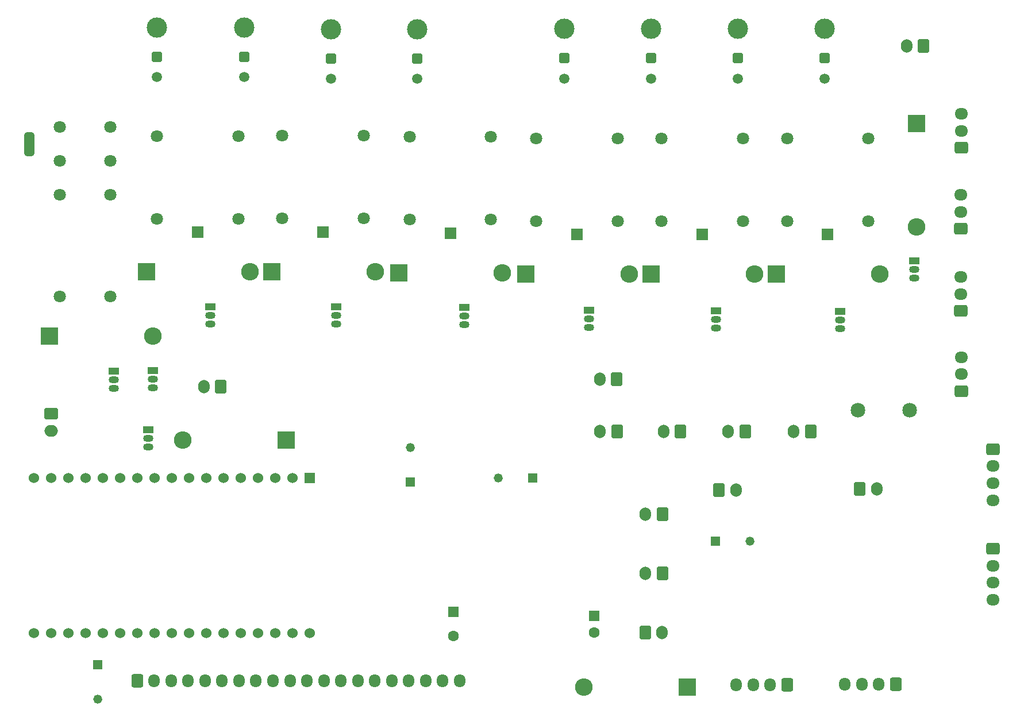
<source format=gbs>
G04 #@! TF.GenerationSoftware,KiCad,Pcbnew,9.0.0*
G04 #@! TF.CreationDate,2025-04-08T11:49:15-04:00*
G04 #@! TF.ProjectId,PCB_control,5043425f-636f-46e7-9472-6f6c2e6b6963,rev?*
G04 #@! TF.SameCoordinates,Original*
G04 #@! TF.FileFunction,Soldermask,Bot*
G04 #@! TF.FilePolarity,Negative*
%FSLAX46Y46*%
G04 Gerber Fmt 4.6, Leading zero omitted, Abs format (unit mm)*
G04 Created by KiCad (PCBNEW 9.0.0) date 2025-04-08 11:49:15*
%MOMM*%
%LPD*%
G01*
G04 APERTURE LIST*
G04 Aperture macros list*
%AMRoundRect*
0 Rectangle with rounded corners*
0 $1 Rounding radius*
0 $2 $3 $4 $5 $6 $7 $8 $9 X,Y pos of 4 corners*
0 Add a 4 corners polygon primitive as box body*
4,1,4,$2,$3,$4,$5,$6,$7,$8,$9,$2,$3,0*
0 Add four circle primitives for the rounded corners*
1,1,$1+$1,$2,$3*
1,1,$1+$1,$4,$5*
1,1,$1+$1,$6,$7*
1,1,$1+$1,$8,$9*
0 Add four rect primitives between the rounded corners*
20,1,$1+$1,$2,$3,$4,$5,0*
20,1,$1+$1,$4,$5,$6,$7,0*
20,1,$1+$1,$6,$7,$8,$9,0*
20,1,$1+$1,$8,$9,$2,$3,0*%
%AMFreePoly0*
4,1,23,0.550000,-0.750000,0.000000,-0.750000,0.000000,-0.745722,-0.065263,-0.745722,-0.191342,-0.711940,-0.304381,-0.646677,-0.396677,-0.554381,-0.461940,-0.441342,-0.495722,-0.315263,-0.495722,-0.250000,-0.500000,-0.250000,-0.500000,0.250000,-0.495722,0.250000,-0.495722,0.315263,-0.461940,0.441342,-0.396677,0.554381,-0.304381,0.646677,-0.191342,0.711940,-0.065263,0.745722,0.000000,0.745722,
0.000000,0.750000,0.550000,0.750000,0.550000,-0.750000,0.550000,-0.750000,$1*%
%AMFreePoly1*
4,1,23,0.000000,0.745722,0.065263,0.745722,0.191342,0.711940,0.304381,0.646677,0.396677,0.554381,0.461940,0.441342,0.495722,0.315263,0.495722,0.250000,0.500000,0.250000,0.500000,-0.250000,0.495722,-0.250000,0.495722,-0.315263,0.461940,-0.441342,0.396677,-0.554381,0.304381,-0.646677,0.191342,-0.711940,0.065263,-0.745722,0.000000,-0.745722,0.000000,-0.750000,-0.550000,-0.750000,
-0.550000,0.750000,0.000000,0.750000,0.000000,0.745722,0.000000,0.745722,$1*%
G04 Aperture macros list end*
%ADD10C,1.500000*%
%ADD11C,3.000000*%
%ADD12RoundRect,0.250001X-0.499999X-0.499999X0.499999X-0.499999X0.499999X0.499999X-0.499999X0.499999X0*%
%ADD13FreePoly0,270.000000*%
%ADD14R,1.500000X1.000000*%
%ADD15FreePoly1,270.000000*%
%ADD16RoundRect,0.250000X0.600000X0.750000X-0.600000X0.750000X-0.600000X-0.750000X0.600000X-0.750000X0*%
%ADD17O,1.700000X2.000000*%
%ADD18RoundRect,0.250000X0.600000X0.725000X-0.600000X0.725000X-0.600000X-0.725000X0.600000X-0.725000X0*%
%ADD19O,1.700000X1.950000*%
%ADD20RoundRect,0.250000X-0.600000X-0.750000X0.600000X-0.750000X0.600000X0.750000X-0.600000X0.750000X0*%
%ADD21R,1.500000X1.050000*%
%ADD22O,1.500000X1.050000*%
%ADD23R,1.803400X1.803400*%
%ADD24C,1.803400*%
%ADD25RoundRect,0.250000X0.725000X-0.600000X0.725000X0.600000X-0.725000X0.600000X-0.725000X-0.600000X0*%
%ADD26O,1.950000X1.700000*%
%ADD27R,1.320800X1.320800*%
%ADD28C,1.320800*%
%ADD29R,2.600000X2.600000*%
%ADD30O,2.600000X2.600000*%
%ADD31R,1.600000X1.600000*%
%ADD32C,1.600000*%
%ADD33C,2.159000*%
%ADD34RoundRect,0.250000X-0.600000X-0.725000X0.600000X-0.725000X0.600000X0.725000X-0.600000X0.725000X0*%
%ADD35RoundRect,0.250000X-0.725000X0.600000X-0.725000X-0.600000X0.725000X-0.600000X0.725000X0.600000X0*%
%ADD36R,1.524000X1.524000*%
%ADD37C,1.524000*%
%ADD38RoundRect,0.250000X-0.750000X0.600000X-0.750000X-0.600000X0.750000X-0.600000X0.750000X0.600000X0*%
%ADD39O,2.000000X1.700000*%
G04 APERTURE END LIST*
G36*
X21590000Y-42250000D02*
G01*
X23090000Y-42250000D01*
X23090000Y-43750000D01*
X21590000Y-43750000D01*
X21590000Y-42250000D01*
G37*
D10*
X41130000Y-33120000D03*
D11*
X41130000Y-25800000D03*
D12*
X41130000Y-30120000D03*
D13*
X22340000Y-41700000D03*
D14*
X22340000Y-43000000D03*
D15*
X22340000Y-44300000D03*
D16*
X115590000Y-97540000D03*
D17*
X113090000Y-97540000D03*
D18*
X133990000Y-122640000D03*
D19*
X131490000Y-122640000D03*
X128990000Y-122640000D03*
X126490000Y-122640000D03*
D20*
X113065000Y-114965000D03*
D17*
X115565000Y-114965000D03*
D11*
X101175000Y-26000000D03*
D12*
X101175000Y-30320000D03*
D10*
X101175000Y-33320000D03*
D21*
X67499900Y-66971100D03*
D22*
X67499900Y-68241100D03*
X67499900Y-69511100D03*
D16*
X154075000Y-28525000D03*
D17*
X151575000Y-28525000D03*
D23*
X103009500Y-56307750D03*
D24*
X109003900Y-54301150D03*
X109003900Y-42109150D03*
X97015100Y-42109150D03*
X97015100Y-54301150D03*
D25*
X159550000Y-67575000D03*
D26*
X159550000Y-65075000D03*
X159550000Y-62575000D03*
D16*
X118250000Y-85325000D03*
D17*
X115750000Y-85325000D03*
D11*
X126733214Y-26000000D03*
D12*
X126733214Y-30320000D03*
D10*
X126733214Y-33320000D03*
D21*
X152682750Y-60157750D03*
D22*
X152682750Y-61427750D03*
X152682750Y-62697750D03*
D27*
X96459400Y-92200000D03*
D28*
X91379400Y-92200000D03*
D29*
X25262750Y-71307750D03*
D30*
X40502750Y-71307750D03*
D31*
X105515000Y-112482621D03*
D32*
X105515000Y-114982621D03*
D11*
X79504107Y-26025000D03*
D12*
X79504107Y-30345000D03*
D10*
X79504107Y-33345000D03*
D21*
X123522750Y-67562750D03*
D22*
X123522750Y-68832750D03*
X123522750Y-70102750D03*
D29*
X39555000Y-61775600D03*
D30*
X54795000Y-61775600D03*
D29*
X132374000Y-62107750D03*
D30*
X147614000Y-62107750D03*
D33*
X144400000Y-82175000D03*
X152000000Y-82175000D03*
D23*
X121476750Y-56307750D03*
D24*
X127471150Y-54301150D03*
X127471150Y-42109150D03*
X115482350Y-42109150D03*
X115482350Y-54301150D03*
D34*
X38215000Y-122115000D03*
D19*
X40715000Y-122115000D03*
X43215000Y-122115000D03*
X45715000Y-122115000D03*
X48215000Y-122115000D03*
X50715000Y-122115000D03*
X53215000Y-122115000D03*
X55715000Y-122115000D03*
X58215000Y-122115000D03*
X60715000Y-122115000D03*
X63215000Y-122115000D03*
X65715000Y-122115000D03*
X68215000Y-122115000D03*
X70715000Y-122115000D03*
X73215000Y-122115000D03*
X75715000Y-122115000D03*
X78215000Y-122115000D03*
X80715000Y-122115000D03*
X83215000Y-122115000D03*
X85715000Y-122115000D03*
D35*
X164300000Y-102625000D03*
D26*
X164300000Y-105125000D03*
X164300000Y-107625000D03*
X164300000Y-110125000D03*
D23*
X65594400Y-55966100D03*
D24*
X71588800Y-53959500D03*
X71588800Y-41767500D03*
X59600000Y-41767500D03*
X59600000Y-53959500D03*
D16*
X115590000Y-106240000D03*
D17*
X113090000Y-106240000D03*
D36*
X63630000Y-92190000D03*
D37*
X61090000Y-92190000D03*
X58550000Y-92190000D03*
X56010000Y-92190000D03*
X53470000Y-92190000D03*
X50930000Y-92190000D03*
X48390000Y-92190000D03*
X45850000Y-92190000D03*
X43310000Y-92190000D03*
X40770000Y-92190000D03*
X38230000Y-92190000D03*
X35690000Y-92190000D03*
X33150000Y-92190000D03*
X30610000Y-92190000D03*
X28070000Y-92190000D03*
X25530000Y-92190000D03*
X22990000Y-92190000D03*
X63630000Y-115050000D03*
X61090000Y-115050000D03*
X58550000Y-115050000D03*
X56010000Y-115050000D03*
X53470000Y-115050000D03*
X50930000Y-115050000D03*
X48390000Y-115050000D03*
X45850000Y-115050000D03*
X43310000Y-115050000D03*
X40770000Y-115050000D03*
X38230000Y-115050000D03*
X35690000Y-115050000D03*
X33150000Y-115050000D03*
X30610000Y-115050000D03*
X28070000Y-115050000D03*
X25530000Y-115050000D03*
X22990000Y-115050000D03*
D21*
X48982750Y-66925600D03*
D22*
X48982750Y-68195600D03*
X48982750Y-69465600D03*
D20*
X144700000Y-93775000D03*
D17*
X147200000Y-93775000D03*
D27*
X123390000Y-101465000D03*
D28*
X128470000Y-101465000D03*
D16*
X127800000Y-85325000D03*
D17*
X125300000Y-85325000D03*
D29*
X58024400Y-61766100D03*
D30*
X73264400Y-61766100D03*
D21*
X104807750Y-67442750D03*
D22*
X104807750Y-68712750D03*
X104807750Y-69982750D03*
D21*
X141797750Y-67657750D03*
D22*
X141797750Y-68927750D03*
X141797750Y-70197750D03*
D23*
X47125000Y-55975600D03*
D24*
X53119400Y-53969000D03*
X53119400Y-41777000D03*
X41130600Y-41777000D03*
X41130600Y-53969000D03*
D21*
X40490000Y-76330000D03*
D22*
X40490000Y-77600000D03*
X40490000Y-78870000D03*
D11*
X53945893Y-25790000D03*
D12*
X53945893Y-30110000D03*
D10*
X53945893Y-33110000D03*
D20*
X123940000Y-93965000D03*
D17*
X126440000Y-93965000D03*
D27*
X32390000Y-119730600D03*
D28*
X32390000Y-124810600D03*
D29*
X119225000Y-123000000D03*
D30*
X103985000Y-123000000D03*
D23*
X84350000Y-56125600D03*
D24*
X90344400Y-54119000D03*
X90344400Y-41927000D03*
X78355600Y-41927000D03*
X78355600Y-54119000D03*
D25*
X159625000Y-79375000D03*
D26*
X159625000Y-76875000D03*
X159625000Y-74375000D03*
D23*
X139944000Y-56307750D03*
D24*
X145938400Y-54301150D03*
X145938400Y-42109150D03*
X133949600Y-42109150D03*
X133949600Y-54301150D03*
D29*
X153082750Y-39987750D03*
D30*
X153082750Y-55227750D03*
D21*
X34747750Y-76437750D03*
D22*
X34747750Y-77707750D03*
X34747750Y-78977750D03*
D25*
X159550000Y-55475000D03*
D26*
X159550000Y-52975000D03*
X159550000Y-50475000D03*
D21*
X39815000Y-85105000D03*
D22*
X39815000Y-86375000D03*
X39815000Y-87645000D03*
D11*
X139512321Y-26000000D03*
D12*
X139512321Y-30320000D03*
D10*
X139512321Y-33320000D03*
D29*
X95439500Y-62107750D03*
D30*
X110679500Y-62107750D03*
D16*
X137425000Y-85350000D03*
D17*
X134925000Y-85350000D03*
D31*
X84790000Y-111940000D03*
D32*
X84790000Y-115440000D03*
D35*
X164300000Y-87950000D03*
D26*
X164300000Y-90450000D03*
X164300000Y-92950000D03*
X164300000Y-95450000D03*
D29*
X113906750Y-62107750D03*
D30*
X129146750Y-62107750D03*
D16*
X108900000Y-85325000D03*
D17*
X106400000Y-85325000D03*
D24*
X26795250Y-40462948D03*
X34295250Y-65462950D03*
X34295250Y-50462948D03*
X34295250Y-45462948D03*
X34295250Y-40462948D03*
X26795250Y-45462948D03*
X26795250Y-50462948D03*
X26795250Y-65462950D03*
D38*
X25525000Y-82725000D03*
D39*
X25525000Y-85225000D03*
D16*
X50525000Y-78750000D03*
D17*
X48025000Y-78750000D03*
D21*
X86375000Y-67025600D03*
D22*
X86375000Y-68295600D03*
X86375000Y-69565600D03*
D29*
X60120000Y-86575000D03*
D30*
X44880000Y-86575000D03*
D27*
X78440000Y-92774400D03*
D28*
X78440000Y-87694400D03*
D11*
X66725000Y-26025000D03*
D12*
X66725000Y-30345000D03*
D10*
X66725000Y-33345000D03*
D29*
X76780000Y-61925600D03*
D30*
X92020000Y-61925600D03*
D18*
X149990000Y-122590000D03*
D19*
X147490000Y-122590000D03*
X144990000Y-122590000D03*
X142490000Y-122590000D03*
D11*
X113954107Y-26000000D03*
D12*
X113954107Y-30320000D03*
D10*
X113954107Y-33320000D03*
D25*
X159625000Y-43525000D03*
D26*
X159625000Y-41025000D03*
X159625000Y-38525000D03*
D16*
X108850000Y-77625000D03*
D17*
X106350000Y-77625000D03*
M02*

</source>
